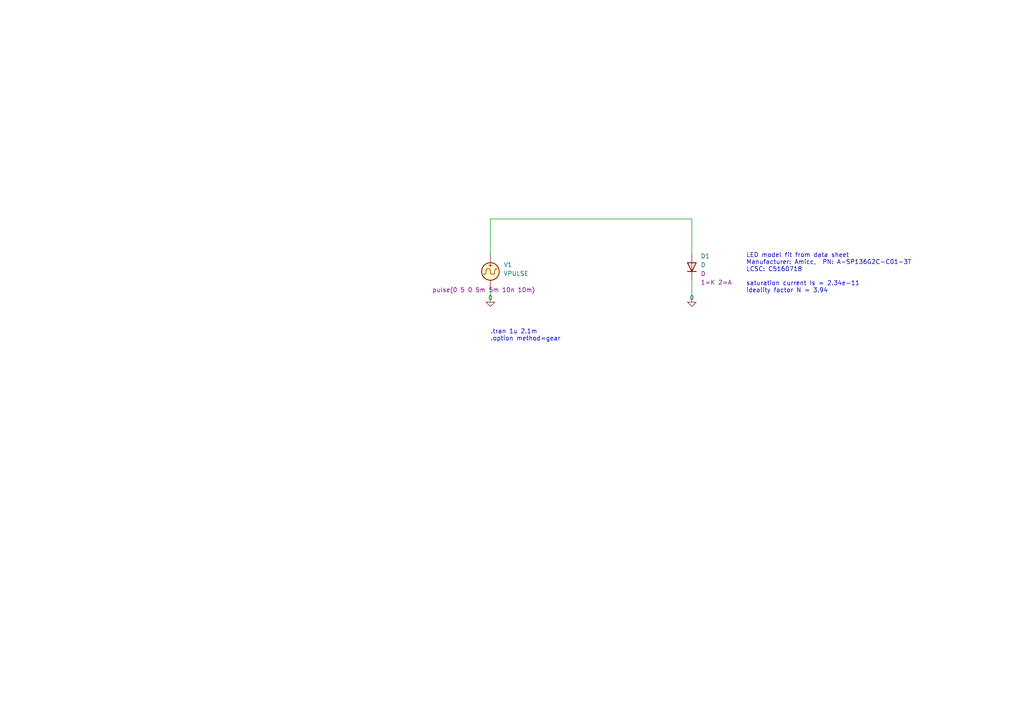
<source format=kicad_sch>
(kicad_sch (version 20230121) (generator eeschema)
  (paper "A4")
  (lib_symbols
    (symbol "Simulation_SPICE:0" (power) (pin_names (offset 0))
      (property "Value" "0" (at 0 -1.778 0))
      (symbol "0_0_1"
        (polyline (pts (xy -1.27 0) (xy 0 -1.27) (xy 1.27 0) (xy -1.27 0)))
      )
      (symbol "0_1_1"
        (pin power_in line (at 0 0 0) (length 0) hide (name "0") (number "1"))
      )
    )
    (symbol "Simulation_SPICE:D" (pin_numbers hide) (pin_names (offset 1.016) hide)
      (property "Reference" "D" (at 0 2.54 0))
      (property "Value" "D" (at 0 -2.54 0))
      (property "Sim.Device" "D" (at 0 0 0))
      (property "Sim.Pins" "1=K 2=A" (at 0 0 0))
      (symbol "D_0_1"
        (polyline (pts (xy -1.27 1.27) (xy -1.27 -1.27)) (stroke (width 0.254)))
        (polyline (pts (xy 1.27 0) (xy -1.27 0)))
        (polyline (pts (xy 1.27 1.27) (xy 1.27 -1.27) (xy -1.27 0) (xy 1.27 1.27)) (stroke (width 0.254)))
      )
      (symbol "D_1_1"
        (pin passive line (at -3.81 0 0) (length 2.54) (name "K") (number "1"))
        (pin passive line (at 3.81 0 180) (length 2.54) (name "A") (number "2"))
      )
    )
    (symbol "Simulation_SPICE:VPULSE" (pin_numbers hide) (pin_names (offset 0.0254))
      (property "Reference" "V" (at 2.54 2.54 0))
      (property "Value" "VPULSE" (at 2.54 0 0))
      (property "Sim.Params" "y1=0 y2=1 td=2n tr=2n tf=2n tw=50n per=100n" (at 2.54 -2.54 0))
      (symbol "VPULSE_0_0"
        (polyline (pts (xy -2.032 -0.762) (xy -1.397 -0.762) (xy -1.143 0.762) (xy -0.127 0.762) (xy 0.127 -0.762) (xy 1.143 -0.762) (xy 1.397 0.762) (xy 2.032 0.762)))
        (text "+" (at 0 1.905 0) (effects (font (size 1.27 1.27))))
      )
      (symbol "VPULSE_0_1"
        (circle (center 0 0) (radius 2.54) (stroke (width 0.254)) (fill (type background)))
      )
      (symbol "VPULSE_1_1"
        (pin passive line (at 0 5.08 270) (length 2.54) (name "~") (number "1"))
        (pin passive line (at 0 -5.08 90) (length 2.54) (name "~") (number "2"))
      )
    )
  )
  (wire (pts (xy 142.24 83.82) (xy 142.24 87.63)))
  (wire (pts (xy 200.66 81.28) (xy 200.66 87.63)))
  (wire (pts (xy 142.24 63.5) (xy 142.24 73.66)))
  (wire (pts (xy 142.24 63.5) (xy 200.66 63.5)))
  (wire (pts (xy 200.66 63.5) (xy 200.66 73.66)))
  (text "LED model fit from data sheet\nManufacturer: Amicc,  PN: A-SP136G2C-C01-3T\nLCSC: C5160718\n\nsaturation current Is = 2.34e-11\nideality factor N = 3.94" (at 216.408 85.09 0) (effects (font (size 1.27 1.27)) (justify left bottom)))
  (text ".tran 1u 2.1m \n.option method=gear" (at 142.24 99.06 0) (effects (font (size 1.27 1.27)) (justify left bottom)))
  (symbol (lib_id "Simulation_SPICE:VPULSE") (at 142.24 78.74 0) (unit 1)
    (property "Reference" "V1" (at 146.05 76.7992 0) (effects (justify left)))
    (property "Value" "VPULSE" (at 146.05 79.3392 0) (effects (justify left)))
    (property "Sim.Pins" "1=+ 2=-" (effects hide))
    (property "Sim.Type" "PULSE" (effects hide))
    (property "Sim.Device" "V" (effects hide))
    (property "Sim.Params" "pulse(0 5 0 5m 5m 10n 10m)" (at 125.349 84.074 0) (effects (justify left)))
  )
  (symbol (lib_id "Simulation_SPICE:D") (at 200.66 77.47 90) (unit 1)
    (property "Reference" "D1" (at 203.2 74.295 90) (effects (justify right)))
    (property "Value" "D" (at 203.2 76.835 90) (effects (justify right)))
    (property "Sim.Device" "D" (at 203.2 79.375 90) (effects (justify right)))
    (property "Sim.Pins" "1=K 2=A" (at 203.2 81.915 90) (effects (justify right)))
    (property "Sim.Params" "is=23.4p rs=0 n=3.94" (effects hide))
  )
  (symbol (lib_id "Simulation_SPICE:0") (at 200.66 87.63 0) (unit 1)
    (property "Reference" "#GND03" (effects hide))
    (property "Value" "0" (at 200.66 86.36 0))
  )
  (symbol (lib_id "Simulation_SPICE:0") (at 142.24 87.63 0) (unit 1)
    (property "Reference" "#GND02" (effects hide))
    (property "Value" "0" (at 142.24 86.36 0))
  )
)
</source>
